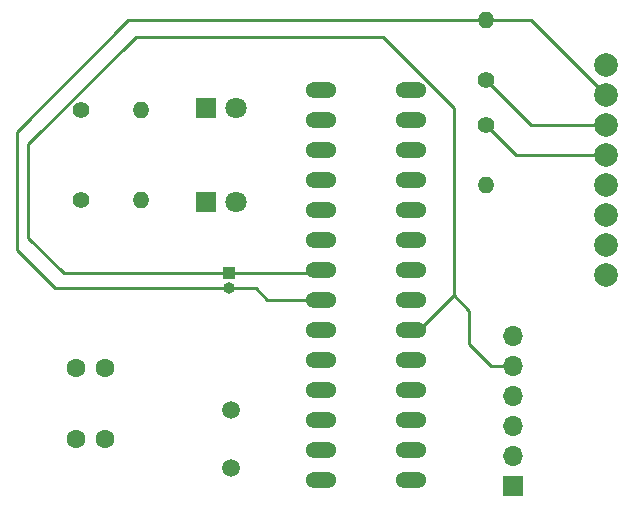
<source format=gbr>
G04 #@! TF.GenerationSoftware,KiCad,Pcbnew,(5.1.2)-1*
G04 #@! TF.CreationDate,2019-05-13T18:55:33+02:00*
G04 #@! TF.ProjectId,Dispositivo_Resp,44697370-6f73-4697-9469-766f5f526573,rev?*
G04 #@! TF.SameCoordinates,Original*
G04 #@! TF.FileFunction,Copper,L2,Bot*
G04 #@! TF.FilePolarity,Positive*
%FSLAX46Y46*%
G04 Gerber Fmt 4.6, Leading zero omitted, Abs format (unit mm)*
G04 Created by KiCad (PCBNEW (5.1.2)-1) date 2019-05-13 18:55:33*
%MOMM*%
%LPD*%
G04 APERTURE LIST*
%ADD10C,1.800000*%
%ADD11R,1.800000X1.800000*%
%ADD12C,1.600000*%
%ADD13O,1.400000X1.400000*%
%ADD14C,1.400000*%
%ADD15R,1.700000X1.700000*%
%ADD16O,1.700000X1.700000*%
%ADD17O,1.000000X1.000000*%
%ADD18R,1.000000X1.000000*%
%ADD19O,2.641600X1.320800*%
%ADD20C,2.000000*%
%ADD21C,1.500000*%
%ADD22C,0.250000*%
G04 APERTURE END LIST*
D10*
X151540000Y-98000000D03*
D11*
X149000000Y-98000000D03*
D10*
X151540000Y-90000000D03*
D11*
X149000000Y-90000000D03*
D12*
X140500000Y-118000000D03*
X138000000Y-118000000D03*
X140500000Y-112000000D03*
X138000000Y-112000000D03*
D13*
X143510000Y-97790000D03*
D14*
X138430000Y-97790000D03*
D13*
X143510000Y-90170000D03*
D14*
X138430000Y-90170000D03*
D13*
X172720000Y-96520000D03*
D14*
X172720000Y-91440000D03*
D13*
X172720000Y-82550000D03*
D14*
X172720000Y-87630000D03*
D15*
X175000000Y-122000000D03*
D16*
X175000000Y-119460000D03*
X175000000Y-116920000D03*
X175000000Y-114380000D03*
X175000000Y-111840000D03*
X175000000Y-109300000D03*
D17*
X151000000Y-105270000D03*
D18*
X151000000Y-104000000D03*
D19*
X158800800Y-88455501D03*
X158800800Y-90995501D03*
X158800800Y-93535501D03*
X158800800Y-96075501D03*
X158800800Y-98615501D03*
X158800800Y-101155501D03*
X158800800Y-103695501D03*
X158800800Y-106235501D03*
X158800800Y-108775501D03*
X158800800Y-111315501D03*
X158800800Y-113855501D03*
X158800800Y-116395501D03*
X158800800Y-118935501D03*
X158800800Y-121475501D03*
X166420800Y-121475501D03*
X166420800Y-118935501D03*
X166420800Y-116395501D03*
X166420800Y-113855501D03*
X166420800Y-111315501D03*
X166420800Y-108775501D03*
X166420800Y-106235501D03*
X166420800Y-103695501D03*
X166420800Y-101155501D03*
X166420800Y-98615501D03*
X166420800Y-96075501D03*
X166420800Y-93535501D03*
X166420800Y-90995501D03*
X166420800Y-88455501D03*
D20*
X182880000Y-86360000D03*
X182880000Y-88900000D03*
X182880000Y-91440000D03*
X182880000Y-93980000D03*
X182880000Y-96520000D03*
X182880000Y-99060000D03*
X182880000Y-101600000D03*
X182880000Y-104140000D03*
D21*
X151130000Y-115570000D03*
X151130000Y-120470000D03*
D22*
X158496301Y-104000000D02*
X158800800Y-103695501D01*
X151000000Y-104000000D02*
X158496301Y-104000000D01*
X151000000Y-104000000D02*
X137000000Y-104000000D01*
X137000000Y-104000000D02*
X134000000Y-101000000D01*
X134000000Y-93082998D02*
X143082998Y-84000000D01*
X134000000Y-101000000D02*
X134000000Y-93082998D01*
X164019279Y-84000000D02*
X170000000Y-89980721D01*
X143082998Y-84000000D02*
X164019279Y-84000000D01*
X167081200Y-108775501D02*
X166420800Y-108775501D01*
X170000000Y-105856701D02*
X167081200Y-108775501D01*
X170000000Y-89980721D02*
X170000000Y-105856701D01*
X175000000Y-111840000D02*
X173160000Y-111840000D01*
X173160000Y-111840000D02*
X171320000Y-110000000D01*
X171320000Y-107176701D02*
X170000000Y-105856701D01*
X171320000Y-110000000D02*
X171320000Y-107176701D01*
X151000000Y-105270000D02*
X153270000Y-105270000D01*
X154235501Y-106235501D02*
X158800800Y-106235501D01*
X153270000Y-105270000D02*
X154235501Y-106235501D01*
X142450000Y-82550000D02*
X172720000Y-82550000D01*
X133000000Y-92000000D02*
X142450000Y-82550000D01*
X133000000Y-102000000D02*
X133000000Y-92000000D01*
X151000000Y-105270000D02*
X136270000Y-105270000D01*
X136270000Y-105270000D02*
X133000000Y-102000000D01*
X176530000Y-82550000D02*
X182880000Y-88900000D01*
X172720000Y-82550000D02*
X176530000Y-82550000D01*
X176530000Y-91440000D02*
X172720000Y-87630000D01*
X182880000Y-91440000D02*
X176530000Y-91440000D01*
X175260000Y-93980000D02*
X172720000Y-91440000D01*
X182880000Y-93980000D02*
X175260000Y-93980000D01*
M02*

</source>
